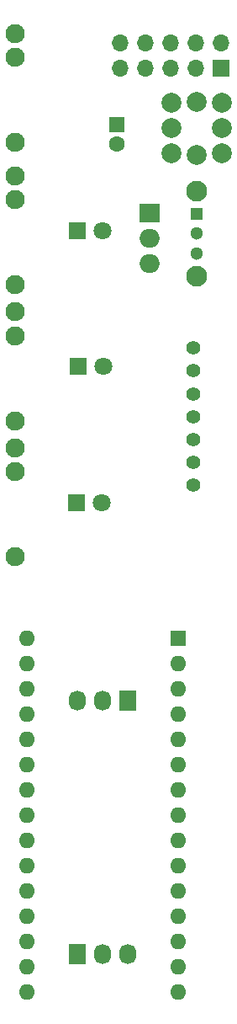
<source format=gbr>
%TF.GenerationSoftware,KiCad,Pcbnew,7.0.5*%
%TF.CreationDate,2023-09-13T13:06:11-07:00*%
%TF.ProjectId,16Bars,31364261-7273-42e6-9b69-6361645f7063,rev?*%
%TF.SameCoordinates,Original*%
%TF.FileFunction,Soldermask,Bot*%
%TF.FilePolarity,Negative*%
%FSLAX46Y46*%
G04 Gerber Fmt 4.6, Leading zero omitted, Abs format (unit mm)*
G04 Created by KiCad (PCBNEW 7.0.5) date 2023-09-13 13:06:11*
%MOMM*%
%LPD*%
G01*
G04 APERTURE LIST*
%ADD10R,1.700000X1.700000*%
%ADD11O,1.700000X1.700000*%
%ADD12R,1.727200X2.032000*%
%ADD13O,1.727200X2.032000*%
%ADD14C,1.930400*%
%ADD15C,2.000000*%
%ADD16R,1.300000X1.300000*%
%ADD17C,1.300000*%
%ADD18C,2.100000*%
%ADD19C,1.400000*%
%ADD20R,2.000000X1.905000*%
%ADD21O,2.000000X1.905000*%
%ADD22R,1.800000X1.800000*%
%ADD23C,1.800000*%
%ADD24R,1.600000X1.600000*%
%ADD25C,1.600000*%
%ADD26O,1.600000X1.600000*%
G04 APERTURE END LIST*
D10*
%TO.C,J2*%
X82700000Y-40000000D03*
D11*
X82700000Y-37460000D03*
X80160000Y-40000000D03*
X80160000Y-37460000D03*
X77620000Y-40000000D03*
X77620000Y-37460000D03*
X75080000Y-40000000D03*
X75080000Y-37460000D03*
X72540000Y-40000000D03*
X72540000Y-37460000D03*
%TD*%
D12*
%TO.C,J3*%
X68210000Y-129000000D03*
D13*
X70750000Y-129000000D03*
X73290000Y-129000000D03*
%TD*%
D12*
%TO.C,J7*%
X73290000Y-103550000D03*
D13*
X70750000Y-103550000D03*
X68210000Y-103550000D03*
%TD*%
D14*
%TO.C,J6*%
X62000000Y-89107000D03*
X62000000Y-78134200D03*
X62000000Y-80547200D03*
%TD*%
%TO.C,J5*%
X62000000Y-75429500D03*
X62000000Y-64456700D03*
X62000000Y-66869700D03*
%TD*%
%TO.C,J4*%
X62000000Y-61752000D03*
X62000000Y-50779200D03*
X62000000Y-53192200D03*
%TD*%
%TO.C,J1*%
X61970000Y-47452000D03*
X61970000Y-36479200D03*
X61970000Y-38892200D03*
%TD*%
D15*
%TO.C,SW1*%
X77697600Y-45980300D03*
X82777600Y-45980300D03*
X77697600Y-43440300D03*
X77697600Y-48520300D03*
X82777600Y-43440300D03*
X82777600Y-48520300D03*
X80237600Y-43320300D03*
X80237600Y-48720300D03*
%TD*%
D16*
%TO.C,SW3*%
X80237600Y-54600000D03*
D17*
X80237600Y-56600000D03*
X80237600Y-58600000D03*
D18*
X80237600Y-52300000D03*
X80237600Y-60900000D03*
%TD*%
D19*
%TO.C,S1*%
X79912600Y-70400000D03*
X79912600Y-72700000D03*
X79912600Y-75000000D03*
X79912600Y-77300000D03*
X79912600Y-79600000D03*
X79912600Y-68100000D03*
X79912600Y-81900000D03*
%TD*%
D20*
%TO.C,U1*%
X75500000Y-54500000D03*
D21*
X75500000Y-57040000D03*
X75500000Y-59580000D03*
%TD*%
D22*
%TO.C,D4*%
X68125000Y-83655000D03*
D23*
X70665000Y-83655000D03*
%TD*%
D22*
%TO.C,D3*%
X68320000Y-69977500D03*
D23*
X70860000Y-69977500D03*
%TD*%
D22*
%TO.C,D1*%
X68225000Y-56300000D03*
D23*
X70765000Y-56300000D03*
%TD*%
D24*
%TO.C,C1*%
X72200000Y-45600000D03*
D25*
X72200000Y-47600000D03*
%TD*%
D24*
%TO.C,A1*%
X78360000Y-97250000D03*
D26*
X78360000Y-99790000D03*
X78360000Y-102330000D03*
X78360000Y-104870000D03*
X78360000Y-107410000D03*
X78360000Y-109950000D03*
X78360000Y-112490000D03*
X78360000Y-115030000D03*
X78360000Y-117570000D03*
X78360000Y-120110000D03*
X78360000Y-122650000D03*
X78360000Y-125190000D03*
X78360000Y-127730000D03*
X78360000Y-130270000D03*
X78360000Y-132810000D03*
X63120000Y-132810000D03*
X63120000Y-130270000D03*
X63120000Y-127730000D03*
X63120000Y-125190000D03*
X63120000Y-122650000D03*
X63120000Y-120110000D03*
X63120000Y-117570000D03*
X63120000Y-115030000D03*
X63120000Y-112490000D03*
X63120000Y-109950000D03*
X63120000Y-107410000D03*
X63120000Y-104870000D03*
X63120000Y-102330000D03*
X63120000Y-99790000D03*
X63120000Y-97250000D03*
%TD*%
M02*

</source>
